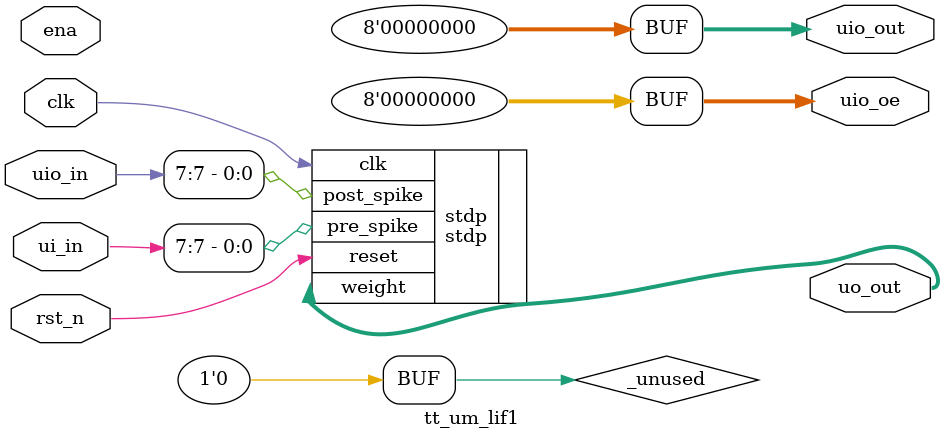
<source format=v>
/*
 * Copyright (c) 2024 Your Name
 * SPDX-License-Identifier: Apache-2.0
 */

`default_nettype none

module tt_um_lif1 (
    input  wire [7:0] ui_in,    // Dedicated inputs
    output wire [7:0] uo_out,   // Dedicated outputs
    input  wire [7:0] uio_in,   // IOs: Input path
    output wire [7:0] uio_out,  // IOs: Output path
    output wire [7:0] uio_oe,   // IOs: Enable path (active high: 0=input, 1=output)
    input  wire       ena,      // always 1 when the design is powered, so you can ignore it
    input  wire       clk,      // clock
    input  wire       rst_n     // reset_n - low to reset
);

  // All output pins must be assigned. If not used, assign to 0.
  //assign ui_in [6:0] = 0;
  //assign uio_in [6:0] = 0;
  assign uio_out = 0;
  assign uio_oe  = 0;

  // List all unused inputs to prevent warnings
  wire _unused = &{ena, ui_in[6:0], uio_in[6:0], 1'b0};
  stdp stdp (.pre_spike(ui_in[7]), .post_spike(uio_in[7]), .clk(clk), .reset(rst_n), .weight(uo_out));

endmodule

</source>
